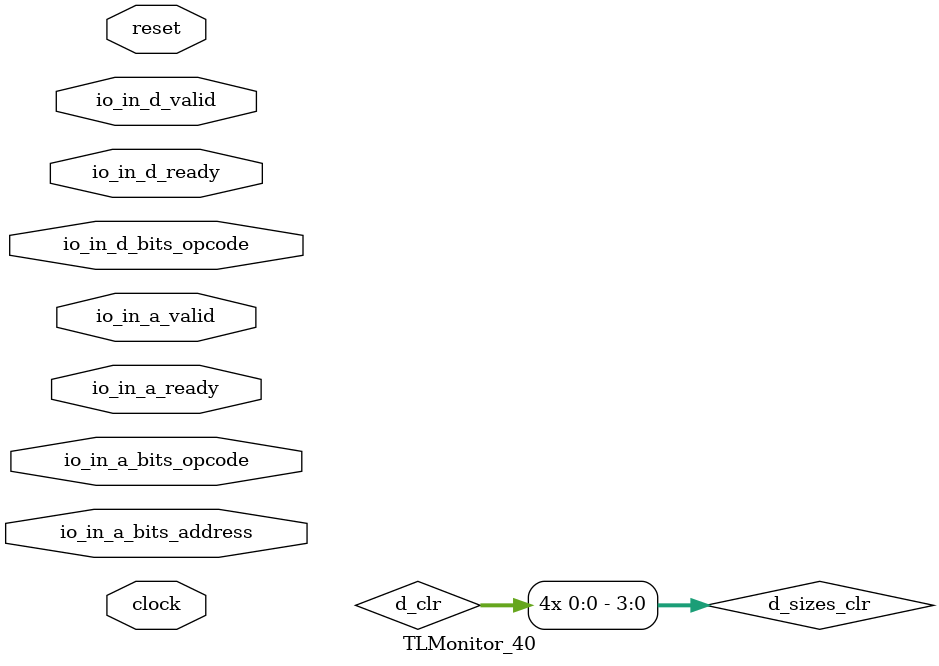
<source format=sv>

`ifndef STOP_COND_
  `ifdef STOP_COND
    `define STOP_COND_ (`STOP_COND)
  `else  // STOP_COND
    `define STOP_COND_ 1
  `endif // STOP_COND
`endif // not def STOP_COND_

// Users can define 'ASSERT_VERBOSE_COND' to add an extra gate to assert error printing.
`ifndef ASSERT_VERBOSE_COND_
  `ifdef ASSERT_VERBOSE_COND
    `define ASSERT_VERBOSE_COND_ (`ASSERT_VERBOSE_COND)
  `else  // ASSERT_VERBOSE_COND
    `define ASSERT_VERBOSE_COND_ 1
  `endif // ASSERT_VERBOSE_COND
`endif // not def ASSERT_VERBOSE_COND_

// Include register initializers in init blocks unless synthesis is set
`ifndef RANDOMIZE
  `ifdef RANDOMIZE_REG_INIT
    `define RANDOMIZE
  `endif // RANDOMIZE_REG_INIT
`endif // not def RANDOMIZE
`ifndef SYNTHESIS
  `ifndef ENABLE_INITIAL_REG_
    `define ENABLE_INITIAL_REG_
  `endif // not def ENABLE_INITIAL_REG_
`endif // not def SYNTHESIS

// Standard header to adapt well known macros for register randomization.

// RANDOM may be set to an expression that produces a 32-bit random unsigned value.
`ifndef RANDOM
  `define RANDOM $random
`endif // not def RANDOM

// Users can define INIT_RANDOM as general code that gets injected into the
// initializer block for modules with registers.
`ifndef INIT_RANDOM
  `define INIT_RANDOM
`endif // not def INIT_RANDOM

// If using random initialization, you can also define RANDOMIZE_DELAY to
// customize the delay used, otherwise 0.002 is used.
`ifndef RANDOMIZE_DELAY
  `define RANDOMIZE_DELAY 0.002
`endif // not def RANDOMIZE_DELAY

// Define INIT_RANDOM_PROLOG_ for use in our modules below.
`ifndef INIT_RANDOM_PROLOG_
  `ifdef RANDOMIZE
    `ifdef VERILATOR
      `define INIT_RANDOM_PROLOG_ `INIT_RANDOM
    `else  // VERILATOR
      `define INIT_RANDOM_PROLOG_ `INIT_RANDOM #`RANDOMIZE_DELAY begin end
    `endif // VERILATOR
  `else  // RANDOMIZE
    `define INIT_RANDOM_PROLOG_
  `endif // RANDOMIZE
`endif // not def INIT_RANDOM_PROLOG_
module TLMonitor_40(	// @[generators/rocket-chip/src/main/scala/tilelink/Monitor.scala:36:7]
  input       clock,	// @[generators/rocket-chip/src/main/scala/tilelink/Monitor.scala:36:7]
  input       reset,	// @[generators/rocket-chip/src/main/scala/tilelink/Monitor.scala:36:7]
  input       io_in_a_ready,	// @[generators/rocket-chip/src/main/scala/tilelink/Monitor.scala:20:14]
  input       io_in_a_valid,	// @[generators/rocket-chip/src/main/scala/tilelink/Monitor.scala:20:14]
  input [2:0] io_in_a_bits_opcode,	// @[generators/rocket-chip/src/main/scala/tilelink/Monitor.scala:20:14]
  input [6:0] io_in_a_bits_address,	// @[generators/rocket-chip/src/main/scala/tilelink/Monitor.scala:20:14]
  input       io_in_d_ready,	// @[generators/rocket-chip/src/main/scala/tilelink/Monitor.scala:20:14]
  input       io_in_d_valid,	// @[generators/rocket-chip/src/main/scala/tilelink/Monitor.scala:20:14]
  input [2:0] io_in_d_bits_opcode	// @[generators/rocket-chip/src/main/scala/tilelink/Monitor.scala:20:14]
);

  wire [31:0] _plusarg_reader_1_out;	// @[generators/rocket-chip/src/main/scala/util/PlusArg.scala:80:11]
  wire [31:0] _plusarg_reader_out;	// @[generators/rocket-chip/src/main/scala/util/PlusArg.scala:80:11]
  wire        a_first_done = io_in_a_ready & io_in_a_valid;	// @[src/main/scala/chisel3/util/Decoupled.scala:51:35]
  reg         a_first_counter;	// @[generators/rocket-chip/src/main/scala/tilelink/Edges.scala:229:27]
  reg  [2:0]  opcode;	// @[generators/rocket-chip/src/main/scala/tilelink/Monitor.scala:387:22]
  reg  [6:0]  address;	// @[generators/rocket-chip/src/main/scala/tilelink/Monitor.scala:391:22]
  reg         d_first_counter;	// @[generators/rocket-chip/src/main/scala/tilelink/Edges.scala:229:27]
  reg  [2:0]  opcode_1;	// @[generators/rocket-chip/src/main/scala/tilelink/Monitor.scala:538:22]
  reg  [1:0]  inflight;	// @[generators/rocket-chip/src/main/scala/tilelink/Monitor.scala:614:27]
  reg  [3:0]  inflight_opcodes;	// @[generators/rocket-chip/src/main/scala/tilelink/Monitor.scala:616:35]
  reg  [3:0]  inflight_sizes;	// @[generators/rocket-chip/src/main/scala/tilelink/Monitor.scala:618:33]
  reg         a_first_counter_1;	// @[generators/rocket-chip/src/main/scala/tilelink/Edges.scala:229:27]
  reg         d_first_counter_1;	// @[generators/rocket-chip/src/main/scala/tilelink/Edges.scala:229:27]
  wire        a_set = a_first_done & ~a_first_counter_1;	// @[generators/rocket-chip/src/main/scala/tilelink/Edges.scala:229:27, :231:25, generators/rocket-chip/src/main/scala/tilelink/Monitor.scala:655:25, src/main/scala/chisel3/util/Decoupled.scala:51:35]
  wire        d_release_ack = io_in_d_bits_opcode == 3'h6;	// @[generators/rocket-chip/src/main/scala/tilelink/Monitor.scala:673:46]
  wire        _GEN = io_in_d_bits_opcode != 3'h6;	// @[generators/rocket-chip/src/main/scala/tilelink/Monitor.scala:673:46, :674:74]
  reg  [31:0] watchdog;	// @[generators/rocket-chip/src/main/scala/tilelink/Monitor.scala:709:27]
  reg  [1:0]  inflight_1;	// @[generators/rocket-chip/src/main/scala/tilelink/Monitor.scala:726:35]
  reg  [3:0]  inflight_sizes_1;	// @[generators/rocket-chip/src/main/scala/tilelink/Monitor.scala:728:35]
  reg         d_first_counter_2;	// @[generators/rocket-chip/src/main/scala/tilelink/Edges.scala:229:27]
  reg  [31:0] watchdog_1;	// @[generators/rocket-chip/src/main/scala/tilelink/Monitor.scala:818:27]
  `ifndef SYNTHESIS	// @[generators/rocket-chip/src/main/scala/tilelink/Monitor.scala:45:11]
    wire [7:0][2:0] _GEN_0 = '{3'h4, 3'h5, 3'h2, 3'h1, 3'h1, 3'h1, 3'h0, 3'h0};
    wire [7:0][2:0] _GEN_1 = '{3'h4, 3'h4, 3'h2, 3'h1, 3'h1, 3'h1, 3'h0, 3'h0};
    wire            _GEN_2 = io_in_a_valid & io_in_a_bits_opcode == 3'h6 & ~reset;	// @[generators/rocket-chip/src/main/scala/tilelink/Monitor.scala:45:11, :84:{25,54}]
    wire            _GEN_3 = io_in_a_valid & (&io_in_a_bits_opcode) & ~reset;	// @[generators/rocket-chip/src/main/scala/tilelink/Monitor.scala:45:11, :95:{25,53}]
    wire            _GEN_4 = {io_in_a_bits_address[6:4] ^ 3'h4, io_in_a_bits_address[2]} == 4'h0 | io_in_a_bits_address[6:3] == 4'hA;	// @[generators/rocket-chip/src/main/scala/diplomacy/Parameters.scala:137:{31,41,46,59}, generators/rocket-chip/src/main/scala/tilelink/Monitor.scala:20:14, :36:7, generators/rocket-chip/src/main/scala/tilelink/Parameters.scala:685:42]
    wire            _GEN_5 = io_in_a_valid & io_in_a_bits_opcode == 3'h4 & ~reset;	// @[generators/rocket-chip/src/main/scala/tilelink/Monitor.scala:36:7, :45:11, :107:{25,45}]
    wire            _GEN_6 = io_in_a_valid & io_in_a_bits_opcode == 3'h0 & ~reset;	// @[generators/rocket-chip/src/main/scala/tilelink/Monitor.scala:36:7, :45:11, :117:{25,53}]
    wire            _GEN_7 = io_in_a_valid & io_in_a_bits_opcode == 3'h1 & ~reset;	// @[generators/rocket-chip/src/main/scala/tilelink/Monitor.scala:36:7, :45:11, :125:{25,56}]
    wire            _GEN_8 = io_in_a_valid & io_in_a_bits_opcode == 3'h2 & ~reset;	// @[generators/rocket-chip/src/main/scala/tilelink/Monitor.scala:45:11, :133:{25,56}]
    wire            _GEN_9 = io_in_a_valid & io_in_a_bits_opcode == 3'h3 & ~reset;	// @[generators/rocket-chip/src/main/scala/tilelink/Monitor.scala:45:11, :141:{25,53}]
    wire            _GEN_10 = io_in_a_valid & io_in_a_bits_opcode == 3'h5 & ~reset;	// @[generators/rocket-chip/src/main/scala/tilelink/Monitor.scala:45:11, :149:{25,46}]
    wire            _GEN_11 = io_in_a_valid & a_first_counter & ~reset;	// @[generators/rocket-chip/src/main/scala/tilelink/Edges.scala:229:27, generators/rocket-chip/src/main/scala/tilelink/Monitor.scala:45:11, :392:19]
    wire            _same_cycle_resp_T_1 = io_in_a_valid & ~a_first_counter_1;	// @[generators/rocket-chip/src/main/scala/tilelink/Edges.scala:229:27, :231:25, generators/rocket-chip/src/main/scala/tilelink/Monitor.scala:651:26]
    wire            _GEN_12 = io_in_d_valid & ~d_first_counter_1;	// @[generators/rocket-chip/src/main/scala/tilelink/Edges.scala:229:27, :231:25, generators/rocket-chip/src/main/scala/tilelink/Monitor.scala:674:26]
    wire            _GEN_13 = _GEN_12 & _GEN;	// @[generators/rocket-chip/src/main/scala/tilelink/Monitor.scala:673:46, :674:{26,74}, :683:71]
    wire            _GEN_14 = _GEN_13 & ~_same_cycle_resp_T_1 & ~reset;	// @[generators/rocket-chip/src/main/scala/tilelink/Monitor.scala:45:11, :52:11, :651:26, :683:71, :687:30]
    wire            _GEN_15 = io_in_d_valid & ~d_first_counter_2 & d_release_ack & ~reset;	// @[generators/rocket-chip/src/main/scala/tilelink/Edges.scala:229:27, :231:25, generators/rocket-chip/src/main/scala/tilelink/Monitor.scala:45:11, :52:11, :673:46, :784:26, :794:71]
    always @(posedge clock) begin	// @[generators/rocket-chip/src/main/scala/tilelink/Monitor.scala:45:11]
      if (_GEN_2) begin	// @[generators/rocket-chip/src/main/scala/tilelink/Monitor.scala:45:11, :84:54]
        if (`ASSERT_VERBOSE_COND_)	// @[generators/rocket-chip/src/main/scala/tilelink/Monitor.scala:45:11]
          $error("Assertion failed: 'A' channel carries AcquireBlock type which is unexpected using diplomatic parameters (connected at generators/rocket-chip/src/main/scala/devices/debug/Debug.scala:706:19)\n    at Monitor.scala:45 assert(cond, message)\n");	// @[generators/rocket-chip/src/main/scala/tilelink/Monitor.scala:45:11]
        if (`STOP_COND_)	// @[generators/rocket-chip/src/main/scala/tilelink/Monitor.scala:45:11]
          $fatal;	// @[generators/rocket-chip/src/main/scala/tilelink/Monitor.scala:45:11]
        if (`ASSERT_VERBOSE_COND_)	// @[generators/rocket-chip/src/main/scala/tilelink/Monitor.scala:45:11]
          $error("Assertion failed: 'A' channel carries AcquireBlock from a client which does not support Probe (connected at generators/rocket-chip/src/main/scala/devices/debug/Debug.scala:706:19)\n    at Monitor.scala:45 assert(cond, message)\n");	// @[generators/rocket-chip/src/main/scala/tilelink/Monitor.scala:45:11]
        if (`STOP_COND_)	// @[generators/rocket-chip/src/main/scala/tilelink/Monitor.scala:45:11]
          $fatal;	// @[generators/rocket-chip/src/main/scala/tilelink/Monitor.scala:45:11]
      end
      if (_GEN_2 & (|(io_in_a_bits_address[1:0]))) begin	// @[generators/rocket-chip/src/main/scala/tilelink/Edges.scala:21:{16,24}, generators/rocket-chip/src/main/scala/tilelink/Monitor.scala:45:11, :84:54]
        if (`ASSERT_VERBOSE_COND_)	// @[generators/rocket-chip/src/main/scala/tilelink/Monitor.scala:45:11]
          $error("Assertion failed: 'A' channel AcquireBlock address not aligned to size (connected at generators/rocket-chip/src/main/scala/devices/debug/Debug.scala:706:19)\n    at Monitor.scala:45 assert(cond, message)\n");	// @[generators/rocket-chip/src/main/scala/tilelink/Monitor.scala:45:11]
        if (`STOP_COND_)	// @[generators/rocket-chip/src/main/scala/tilelink/Monitor.scala:45:11]
          $fatal;	// @[generators/rocket-chip/src/main/scala/tilelink/Monitor.scala:45:11]
      end
      if (_GEN_3) begin	// @[generators/rocket-chip/src/main/scala/tilelink/Monitor.scala:45:11, :95:53]
        if (`ASSERT_VERBOSE_COND_)	// @[generators/rocket-chip/src/main/scala/tilelink/Monitor.scala:45:11]
          $error("Assertion failed: 'A' channel carries AcquirePerm type which is unexpected using diplomatic parameters (connected at generators/rocket-chip/src/main/scala/devices/debug/Debug.scala:706:19)\n    at Monitor.scala:45 assert(cond, message)\n");	// @[generators/rocket-chip/src/main/scala/tilelink/Monitor.scala:45:11]
        if (`STOP_COND_)	// @[generators/rocket-chip/src/main/scala/tilelink/Monitor.scala:45:11]
          $fatal;	// @[generators/rocket-chip/src/main/scala/tilelink/Monitor.scala:45:11]
        if (`ASSERT_VERBOSE_COND_)	// @[generators/rocket-chip/src/main/scala/tilelink/Monitor.scala:45:11]
          $error("Assertion failed: 'A' channel carries AcquirePerm from a client which does not support Probe (connected at generators/rocket-chip/src/main/scala/devices/debug/Debug.scala:706:19)\n    at Monitor.scala:45 assert(cond, message)\n");	// @[generators/rocket-chip/src/main/scala/tilelink/Monitor.scala:45:11]
        if (`STOP_COND_)	// @[generators/rocket-chip/src/main/scala/tilelink/Monitor.scala:45:11]
          $fatal;	// @[generators/rocket-chip/src/main/scala/tilelink/Monitor.scala:45:11]
      end
      if (_GEN_3 & (|(io_in_a_bits_address[1:0]))) begin	// @[generators/rocket-chip/src/main/scala/tilelink/Edges.scala:21:{16,24}, generators/rocket-chip/src/main/scala/tilelink/Monitor.scala:45:11, :95:53]
        if (`ASSERT_VERBOSE_COND_)	// @[generators/rocket-chip/src/main/scala/tilelink/Monitor.scala:45:11]
          $error("Assertion failed: 'A' channel AcquirePerm address not aligned to size (connected at generators/rocket-chip/src/main/scala/devices/debug/Debug.scala:706:19)\n    at Monitor.scala:45 assert(cond, message)\n");	// @[generators/rocket-chip/src/main/scala/tilelink/Monitor.scala:45:11]
        if (`STOP_COND_)	// @[generators/rocket-chip/src/main/scala/tilelink/Monitor.scala:45:11]
          $fatal;	// @[generators/rocket-chip/src/main/scala/tilelink/Monitor.scala:45:11]
      end
      if (_GEN_3) begin	// @[generators/rocket-chip/src/main/scala/tilelink/Monitor.scala:45:11, :95:53]
        if (`ASSERT_VERBOSE_COND_)	// @[generators/rocket-chip/src/main/scala/tilelink/Monitor.scala:45:11]
          $error("Assertion failed: 'A' channel AcquirePerm requests NtoB (connected at generators/rocket-chip/src/main/scala/devices/debug/Debug.scala:706:19)\n    at Monitor.scala:45 assert(cond, message)\n");	// @[generators/rocket-chip/src/main/scala/tilelink/Monitor.scala:45:11]
        if (`STOP_COND_)	// @[generators/rocket-chip/src/main/scala/tilelink/Monitor.scala:45:11]
          $fatal;	// @[generators/rocket-chip/src/main/scala/tilelink/Monitor.scala:45:11]
      end
      if (_GEN_5 & ~_GEN_4) begin	// @[generators/rocket-chip/src/main/scala/tilelink/Monitor.scala:45:11, :107:45, generators/rocket-chip/src/main/scala/tilelink/Parameters.scala:685:42]
        if (`ASSERT_VERBOSE_COND_)	// @[generators/rocket-chip/src/main/scala/tilelink/Monitor.scala:45:11]
          $error("Assertion failed: 'A' channel carries Get type which slave claims it can't support (connected at generators/rocket-chip/src/main/scala/devices/debug/Debug.scala:706:19)\n    at Monitor.scala:45 assert(cond, message)\n");	// @[generators/rocket-chip/src/main/scala/tilelink/Monitor.scala:45:11]
        if (`STOP_COND_)	// @[generators/rocket-chip/src/main/scala/tilelink/Monitor.scala:45:11]
          $fatal;	// @[generators/rocket-chip/src/main/scala/tilelink/Monitor.scala:45:11]
      end
      if (_GEN_5 & (|(io_in_a_bits_address[1:0]))) begin	// @[generators/rocket-chip/src/main/scala/tilelink/Edges.scala:21:{16,24}, generators/rocket-chip/src/main/scala/tilelink/Monitor.scala:45:11, :107:45]
        if (`ASSERT_VERBOSE_COND_)	// @[generators/rocket-chip/src/main/scala/tilelink/Monitor.scala:45:11]
          $error("Assertion failed: 'A' channel Get address not aligned to size (connected at generators/rocket-chip/src/main/scala/devices/debug/Debug.scala:706:19)\n    at Monitor.scala:45 assert(cond, message)\n");	// @[generators/rocket-chip/src/main/scala/tilelink/Monitor.scala:45:11]
        if (`STOP_COND_)	// @[generators/rocket-chip/src/main/scala/tilelink/Monitor.scala:45:11]
          $fatal;	// @[generators/rocket-chip/src/main/scala/tilelink/Monitor.scala:45:11]
      end
      if (_GEN_6 & ~_GEN_4) begin	// @[generators/rocket-chip/src/main/scala/tilelink/Monitor.scala:45:11, :117:53, generators/rocket-chip/src/main/scala/tilelink/Parameters.scala:685:42]
        if (`ASSERT_VERBOSE_COND_)	// @[generators/rocket-chip/src/main/scala/tilelink/Monitor.scala:45:11]
          $error("Assertion failed: 'A' channel carries PutFull type which is unexpected using diplomatic parameters (connected at generators/rocket-chip/src/main/scala/devices/debug/Debug.scala:706:19)\n    at Monitor.scala:45 assert(cond, message)\n");	// @[generators/rocket-chip/src/main/scala/tilelink/Monitor.scala:45:11]
        if (`STOP_COND_)	// @[generators/rocket-chip/src/main/scala/tilelink/Monitor.scala:45:11]
          $fatal;	// @[generators/rocket-chip/src/main/scala/tilelink/Monitor.scala:45:11]
      end
      if (_GEN_6 & (|(io_in_a_bits_address[1:0]))) begin	// @[generators/rocket-chip/src/main/scala/tilelink/Edges.scala:21:{16,24}, generators/rocket-chip/src/main/scala/tilelink/Monitor.scala:45:11, :117:53]
        if (`ASSERT_VERBOSE_COND_)	// @[generators/rocket-chip/src/main/scala/tilelink/Monitor.scala:45:11]
          $error("Assertion failed: 'A' channel PutFull address not aligned to size (connected at generators/rocket-chip/src/main/scala/devices/debug/Debug.scala:706:19)\n    at Monitor.scala:45 assert(cond, message)\n");	// @[generators/rocket-chip/src/main/scala/tilelink/Monitor.scala:45:11]
        if (`STOP_COND_)	// @[generators/rocket-chip/src/main/scala/tilelink/Monitor.scala:45:11]
          $fatal;	// @[generators/rocket-chip/src/main/scala/tilelink/Monitor.scala:45:11]
      end
      if (_GEN_7) begin	// @[generators/rocket-chip/src/main/scala/tilelink/Monitor.scala:45:11, :125:56]
        if (`ASSERT_VERBOSE_COND_)	// @[generators/rocket-chip/src/main/scala/tilelink/Monitor.scala:45:11]
          $error("Assertion failed: 'A' channel carries PutPartial type which is unexpected using diplomatic parameters (connected at generators/rocket-chip/src/main/scala/devices/debug/Debug.scala:706:19)\n    at Monitor.scala:45 assert(cond, message)\n");	// @[generators/rocket-chip/src/main/scala/tilelink/Monitor.scala:45:11]
        if (`STOP_COND_)	// @[generators/rocket-chip/src/main/scala/tilelink/Monitor.scala:45:11]
          $fatal;	// @[generators/rocket-chip/src/main/scala/tilelink/Monitor.scala:45:11]
      end
      if (_GEN_7 & (|(io_in_a_bits_address[1:0]))) begin	// @[generators/rocket-chip/src/main/scala/tilelink/Edges.scala:21:{16,24}, generators/rocket-chip/src/main/scala/tilelink/Monitor.scala:45:11, :125:56]
        if (`ASSERT_VERBOSE_COND_)	// @[generators/rocket-chip/src/main/scala/tilelink/Monitor.scala:45:11]
          $error("Assertion failed: 'A' channel PutPartial address not aligned to size (connected at generators/rocket-chip/src/main/scala/devices/debug/Debug.scala:706:19)\n    at Monitor.scala:45 assert(cond, message)\n");	// @[generators/rocket-chip/src/main/scala/tilelink/Monitor.scala:45:11]
        if (`STOP_COND_)	// @[generators/rocket-chip/src/main/scala/tilelink/Monitor.scala:45:11]
          $fatal;	// @[generators/rocket-chip/src/main/scala/tilelink/Monitor.scala:45:11]
      end
      if (_GEN_8) begin	// @[generators/rocket-chip/src/main/scala/tilelink/Monitor.scala:45:11, :133:56]
        if (`ASSERT_VERBOSE_COND_)	// @[generators/rocket-chip/src/main/scala/tilelink/Monitor.scala:45:11]
          $error("Assertion failed: 'A' channel carries Arithmetic type which is unexpected using diplomatic parameters (connected at generators/rocket-chip/src/main/scala/devices/debug/Debug.scala:706:19)\n    at Monitor.scala:45 assert(cond, message)\n");	// @[generators/rocket-chip/src/main/scala/tilelink/Monitor.scala:45:11]
        if (`STOP_COND_)	// @[generators/rocket-chip/src/main/scala/tilelink/Monitor.scala:45:11]
          $fatal;	// @[generators/rocket-chip/src/main/scala/tilelink/Monitor.scala:45:11]
      end
      if (_GEN_8 & (|(io_in_a_bits_address[1:0]))) begin	// @[generators/rocket-chip/src/main/scala/tilelink/Edges.scala:21:{16,24}, generators/rocket-chip/src/main/scala/tilelink/Monitor.scala:45:11, :133:56]
        if (`ASSERT_VERBOSE_COND_)	// @[generators/rocket-chip/src/main/scala/tilelink/Monitor.scala:45:11]
          $error("Assertion failed: 'A' channel Arithmetic address not aligned to size (connected at generators/rocket-chip/src/main/scala/devices/debug/Debug.scala:706:19)\n    at Monitor.scala:45 assert(cond, message)\n");	// @[generators/rocket-chip/src/main/scala/tilelink/Monitor.scala:45:11]
        if (`STOP_COND_)	// @[generators/rocket-chip/src/main/scala/tilelink/Monitor.scala:45:11]
          $fatal;	// @[generators/rocket-chip/src/main/scala/tilelink/Monitor.scala:45:11]
      end
      if (_GEN_9) begin	// @[generators/rocket-chip/src/main/scala/tilelink/Monitor.scala:45:11, :141:53]
        if (`ASSERT_VERBOSE_COND_)	// @[generators/rocket-chip/src/main/scala/tilelink/Monitor.scala:45:11]
          $error("Assertion failed: 'A' channel carries Logical type which is unexpected using diplomatic parameters (connected at generators/rocket-chip/src/main/scala/devices/debug/Debug.scala:706:19)\n    at Monitor.scala:45 assert(cond, message)\n");	// @[generators/rocket-chip/src/main/scala/tilelink/Monitor.scala:45:11]
        if (`STOP_COND_)	// @[generators/rocket-chip/src/main/scala/tilelink/Monitor.scala:45:11]
          $fatal;	// @[generators/rocket-chip/src/main/scala/tilelink/Monitor.scala:45:11]
      end
      if (_GEN_9 & (|(io_in_a_bits_address[1:0]))) begin	// @[generators/rocket-chip/src/main/scala/tilelink/Edges.scala:21:{16,24}, generators/rocket-chip/src/main/scala/tilelink/Monitor.scala:45:11, :141:53]
        if (`ASSERT_VERBOSE_COND_)	// @[generators/rocket-chip/src/main/scala/tilelink/Monitor.scala:45:11]
          $error("Assertion failed: 'A' channel Logical address not aligned to size (connected at generators/rocket-chip/src/main/scala/devices/debug/Debug.scala:706:19)\n    at Monitor.scala:45 assert(cond, message)\n");	// @[generators/rocket-chip/src/main/scala/tilelink/Monitor.scala:45:11]
        if (`STOP_COND_)	// @[generators/rocket-chip/src/main/scala/tilelink/Monitor.scala:45:11]
          $fatal;	// @[generators/rocket-chip/src/main/scala/tilelink/Monitor.scala:45:11]
      end
      if (_GEN_10) begin	// @[generators/rocket-chip/src/main/scala/tilelink/Monitor.scala:45:11, :149:46]
        if (`ASSERT_VERBOSE_COND_)	// @[generators/rocket-chip/src/main/scala/tilelink/Monitor.scala:45:11]
          $error("Assertion failed: 'A' channel carries Hint type which is unexpected using diplomatic parameters (connected at generators/rocket-chip/src/main/scala/devices/debug/Debug.scala:706:19)\n    at Monitor.scala:45 assert(cond, message)\n");	// @[generators/rocket-chip/src/main/scala/tilelink/Monitor.scala:45:11]
        if (`STOP_COND_)	// @[generators/rocket-chip/src/main/scala/tilelink/Monitor.scala:45:11]
          $fatal;	// @[generators/rocket-chip/src/main/scala/tilelink/Monitor.scala:45:11]
      end
      if (_GEN_10 & (|(io_in_a_bits_address[1:0]))) begin	// @[generators/rocket-chip/src/main/scala/tilelink/Edges.scala:21:{16,24}, generators/rocket-chip/src/main/scala/tilelink/Monitor.scala:45:11, :149:46]
        if (`ASSERT_VERBOSE_COND_)	// @[generators/rocket-chip/src/main/scala/tilelink/Monitor.scala:45:11]
          $error("Assertion failed: 'A' channel Hint address not aligned to size (connected at generators/rocket-chip/src/main/scala/devices/debug/Debug.scala:706:19)\n    at Monitor.scala:45 assert(cond, message)\n");	// @[generators/rocket-chip/src/main/scala/tilelink/Monitor.scala:45:11]
        if (`STOP_COND_)	// @[generators/rocket-chip/src/main/scala/tilelink/Monitor.scala:45:11]
          $fatal;	// @[generators/rocket-chip/src/main/scala/tilelink/Monitor.scala:45:11]
      end
      if (io_in_d_valid & ~reset & (&io_in_d_bits_opcode)) begin	// @[generators/rocket-chip/src/main/scala/tilelink/Bundles.scala:45:24, generators/rocket-chip/src/main/scala/tilelink/Monitor.scala:45:11, :52:11]
        if (`ASSERT_VERBOSE_COND_)	// @[generators/rocket-chip/src/main/scala/tilelink/Monitor.scala:52:11]
          $error("Assertion failed: 'D' channel has invalid opcode (connected at generators/rocket-chip/src/main/scala/devices/debug/Debug.scala:706:19)\n    at Monitor.scala:52 assert(cond, message)\n");	// @[generators/rocket-chip/src/main/scala/tilelink/Monitor.scala:52:11]
        if (`STOP_COND_)	// @[generators/rocket-chip/src/main/scala/tilelink/Monitor.scala:52:11]
          $fatal;	// @[generators/rocket-chip/src/main/scala/tilelink/Monitor.scala:52:11]
      end
      if (io_in_d_valid & io_in_d_bits_opcode == 3'h4 & ~reset) begin	// @[generators/rocket-chip/src/main/scala/tilelink/Monitor.scala:36:7, :45:11, :52:11, :321:{25,47}]
        if (`ASSERT_VERBOSE_COND_)	// @[generators/rocket-chip/src/main/scala/tilelink/Monitor.scala:52:11]
          $error("Assertion failed: 'D' channel Grant carries invalid sink ID (connected at generators/rocket-chip/src/main/scala/devices/debug/Debug.scala:706:19)\n    at Monitor.scala:52 assert(cond, message)\n");	// @[generators/rocket-chip/src/main/scala/tilelink/Monitor.scala:52:11]
        if (`STOP_COND_)	// @[generators/rocket-chip/src/main/scala/tilelink/Monitor.scala:52:11]
          $fatal;	// @[generators/rocket-chip/src/main/scala/tilelink/Monitor.scala:52:11]
      end
      if (io_in_d_valid & io_in_d_bits_opcode == 3'h5 & ~reset) begin	// @[generators/rocket-chip/src/main/scala/tilelink/Monitor.scala:45:11, :52:11, :331:{25,51}]
        if (`ASSERT_VERBOSE_COND_)	// @[generators/rocket-chip/src/main/scala/tilelink/Monitor.scala:52:11]
          $error("Assertion failed: 'D' channel GrantData carries invalid sink ID (connected at generators/rocket-chip/src/main/scala/devices/debug/Debug.scala:706:19)\n    at Monitor.scala:52 assert(cond, message)\n");	// @[generators/rocket-chip/src/main/scala/tilelink/Monitor.scala:52:11]
        if (`STOP_COND_)	// @[generators/rocket-chip/src/main/scala/tilelink/Monitor.scala:52:11]
          $fatal;	// @[generators/rocket-chip/src/main/scala/tilelink/Monitor.scala:52:11]
      end
      if (_GEN_11 & io_in_a_bits_opcode != opcode) begin	// @[generators/rocket-chip/src/main/scala/tilelink/Monitor.scala:45:11, :387:22, :392:19, :393:32]
        if (`ASSERT_VERBOSE_COND_)	// @[generators/rocket-chip/src/main/scala/tilelink/Monitor.scala:45:11]
          $error("Assertion failed: 'A' channel opcode changed within multibeat operation (connected at generators/rocket-chip/src/main/scala/devices/debug/Debug.scala:706:19)\n    at Monitor.scala:45 assert(cond, message)\n");	// @[generators/rocket-chip/src/main/scala/tilelink/Monitor.scala:45:11]
        if (`STOP_COND_)	// @[generators/rocket-chip/src/main/scala/tilelink/Monitor.scala:45:11]
          $fatal;	// @[generators/rocket-chip/src/main/scala/tilelink/Monitor.scala:45:11]
      end
      if (_GEN_11 & io_in_a_bits_address != address) begin	// @[generators/rocket-chip/src/main/scala/tilelink/Monitor.scala:45:11, :391:22, :392:19, :397:32]
        if (`ASSERT_VERBOSE_COND_)	// @[generators/rocket-chip/src/main/scala/tilelink/Monitor.scala:45:11]
          $error("Assertion failed: 'A' channel address changed with multibeat operation (connected at generators/rocket-chip/src/main/scala/devices/debug/Debug.scala:706:19)\n    at Monitor.scala:45 assert(cond, message)\n");	// @[generators/rocket-chip/src/main/scala/tilelink/Monitor.scala:45:11]
        if (`STOP_COND_)	// @[generators/rocket-chip/src/main/scala/tilelink/Monitor.scala:45:11]
          $fatal;	// @[generators/rocket-chip/src/main/scala/tilelink/Monitor.scala:45:11]
      end
      if (io_in_d_valid & d_first_counter & ~reset & io_in_d_bits_opcode != opcode_1) begin	// @[generators/rocket-chip/src/main/scala/tilelink/Edges.scala:229:27, generators/rocket-chip/src/main/scala/tilelink/Monitor.scala:45:11, :52:11, :538:22, :544:19, :545:29]
        if (`ASSERT_VERBOSE_COND_)	// @[generators/rocket-chip/src/main/scala/tilelink/Monitor.scala:52:11]
          $error("Assertion failed: 'D' channel opcode changed within multibeat operation (connected at generators/rocket-chip/src/main/scala/devices/debug/Debug.scala:706:19)\n    at Monitor.scala:52 assert(cond, message)\n");	// @[generators/rocket-chip/src/main/scala/tilelink/Monitor.scala:52:11]
        if (`STOP_COND_)	// @[generators/rocket-chip/src/main/scala/tilelink/Monitor.scala:52:11]
          $fatal;	// @[generators/rocket-chip/src/main/scala/tilelink/Monitor.scala:52:11]
      end
      if (a_set & ~reset & inflight[0]) begin	// @[generators/rocket-chip/src/main/scala/tilelink/Monitor.scala:45:11, :614:27, :655:25, :661:26]
        if (`ASSERT_VERBOSE_COND_)	// @[generators/rocket-chip/src/main/scala/tilelink/Monitor.scala:45:11]
          $error("Assertion failed: 'A' channel re-used a source ID (connected at generators/rocket-chip/src/main/scala/devices/debug/Debug.scala:706:19)\n    at Monitor.scala:45 assert(cond, message)\n");	// @[generators/rocket-chip/src/main/scala/tilelink/Monitor.scala:45:11]
        if (`STOP_COND_)	// @[generators/rocket-chip/src/main/scala/tilelink/Monitor.scala:45:11]
          $fatal;	// @[generators/rocket-chip/src/main/scala/tilelink/Monitor.scala:45:11]
      end
      if (_GEN_13 & ~reset & ~(inflight[0] | _same_cycle_resp_T_1)) begin	// @[generators/rocket-chip/src/main/scala/tilelink/Monitor.scala:45:11, :52:11, :614:27, :651:26, :661:26, :683:71, :685:49]
        if (`ASSERT_VERBOSE_COND_)	// @[generators/rocket-chip/src/main/scala/tilelink/Monitor.scala:52:11]
          $error("Assertion failed: 'D' channel acknowledged for nothing inflight (connected at generators/rocket-chip/src/main/scala/devices/debug/Debug.scala:706:19)\n    at Monitor.scala:52 assert(cond, message)\n");	// @[generators/rocket-chip/src/main/scala/tilelink/Monitor.scala:52:11]
        if (`STOP_COND_)	// @[generators/rocket-chip/src/main/scala/tilelink/Monitor.scala:52:11]
          $fatal;	// @[generators/rocket-chip/src/main/scala/tilelink/Monitor.scala:52:11]
      end
      if (_GEN_13 & _same_cycle_resp_T_1 & ~reset & ~(io_in_d_bits_opcode == _GEN_1[io_in_a_bits_opcode] | io_in_d_bits_opcode == _GEN_0[io_in_a_bits_opcode])) begin	// @[generators/rocket-chip/src/main/scala/tilelink/Monitor.scala:45:11, :52:11, :651:26, :683:71, :687:30, :688:{38,77}, :689:39]
        if (`ASSERT_VERBOSE_COND_)	// @[generators/rocket-chip/src/main/scala/tilelink/Monitor.scala:52:11]
          $error("Assertion failed: 'D' channel contains improper opcode response (connected at generators/rocket-chip/src/main/scala/devices/debug/Debug.scala:706:19)\n    at Monitor.scala:52 assert(cond, message)\n");	// @[generators/rocket-chip/src/main/scala/tilelink/Monitor.scala:52:11]
        if (`STOP_COND_)	// @[generators/rocket-chip/src/main/scala/tilelink/Monitor.scala:52:11]
          $fatal;	// @[generators/rocket-chip/src/main/scala/tilelink/Monitor.scala:52:11]
      end
      if (_GEN_14 & ~(io_in_d_bits_opcode == _GEN_1[inflight_opcodes[3:1]] | io_in_d_bits_opcode == _GEN_0[inflight_opcodes[3:1]])) begin	// @[generators/rocket-chip/src/main/scala/tilelink/Monitor.scala:52:11, :616:35, :637:152, :687:30, :692:{38,72}, :693:38]
        if (`ASSERT_VERBOSE_COND_)	// @[generators/rocket-chip/src/main/scala/tilelink/Monitor.scala:52:11]
          $error("Assertion failed: 'D' channel contains improper opcode response (connected at generators/rocket-chip/src/main/scala/devices/debug/Debug.scala:706:19)\n    at Monitor.scala:52 assert(cond, message)\n");	// @[generators/rocket-chip/src/main/scala/tilelink/Monitor.scala:52:11]
        if (`STOP_COND_)	// @[generators/rocket-chip/src/main/scala/tilelink/Monitor.scala:52:11]
          $fatal;	// @[generators/rocket-chip/src/main/scala/tilelink/Monitor.scala:52:11]
      end
      if (_GEN_14 & inflight_sizes[3:1] != 3'h2) begin	// @[generators/rocket-chip/src/main/scala/tilelink/Monitor.scala:52:11, :618:33, :641:144, :687:30, :694:36]
        if (`ASSERT_VERBOSE_COND_)	// @[generators/rocket-chip/src/main/scala/tilelink/Monitor.scala:52:11]
          $error("Assertion failed: 'D' channel contains improper response size (connected at generators/rocket-chip/src/main/scala/devices/debug/Debug.scala:706:19)\n    at Monitor.scala:52 assert(cond, message)\n");	// @[generators/rocket-chip/src/main/scala/tilelink/Monitor.scala:52:11]
        if (`STOP_COND_)	// @[generators/rocket-chip/src/main/scala/tilelink/Monitor.scala:52:11]
          $fatal;	// @[generators/rocket-chip/src/main/scala/tilelink/Monitor.scala:52:11]
      end
      if (_GEN_12 & ~a_first_counter_1 & io_in_a_valid & _GEN & ~reset & ~(~io_in_d_ready | io_in_a_ready)) begin	// @[generators/rocket-chip/src/main/scala/tilelink/Edges.scala:229:27, :231:25, generators/rocket-chip/src/main/scala/tilelink/Monitor.scala:45:11, :52:11, :673:46, :674:{26,74}, :697:{36,47,116}, :698:{15,32}]
        if (`ASSERT_VERBOSE_COND_)	// @[generators/rocket-chip/src/main/scala/tilelink/Monitor.scala:52:11]
          $error("Assertion failed: ready check\n    at Monitor.scala:52 assert(cond, message)\n");	// @[generators/rocket-chip/src/main/scala/tilelink/Monitor.scala:52:11]
        if (`STOP_COND_)	// @[generators/rocket-chip/src/main/scala/tilelink/Monitor.scala:52:11]
          $fatal;	// @[generators/rocket-chip/src/main/scala/tilelink/Monitor.scala:52:11]
      end
      if (~reset & ~(inflight == 2'h0 | _plusarg_reader_out == 32'h0 | watchdog < _plusarg_reader_out)) begin	// @[generators/rocket-chip/src/main/scala/tilelink/Monitor.scala:36:7, :45:11, :614:27, :709:27, :712:{26,30,39,47,59}, generators/rocket-chip/src/main/scala/util/PlusArg.scala:80:11]
        if (`ASSERT_VERBOSE_COND_)	// @[generators/rocket-chip/src/main/scala/tilelink/Monitor.scala:45:11]
          $error("Assertion failed: TileLink timeout expired (connected at generators/rocket-chip/src/main/scala/devices/debug/Debug.scala:706:19)\n    at Monitor.scala:45 assert(cond, message)\n");	// @[generators/rocket-chip/src/main/scala/tilelink/Monitor.scala:45:11]
        if (`STOP_COND_)	// @[generators/rocket-chip/src/main/scala/tilelink/Monitor.scala:45:11]
          $fatal;	// @[generators/rocket-chip/src/main/scala/tilelink/Monitor.scala:45:11]
      end
      if (_GEN_15 & ~(inflight_1[0])) begin	// @[generators/rocket-chip/src/main/scala/tilelink/Monitor.scala:52:11, :726:35, :784:26, :794:71, :796:25]
        if (`ASSERT_VERBOSE_COND_)	// @[generators/rocket-chip/src/main/scala/tilelink/Monitor.scala:52:11]
          $error("Assertion failed: 'D' channel acknowledged for nothing inflight (connected at generators/rocket-chip/src/main/scala/devices/debug/Debug.scala:706:19)\n    at Monitor.scala:52 assert(cond, message)\n");	// @[generators/rocket-chip/src/main/scala/tilelink/Monitor.scala:52:11]
        if (`STOP_COND_)	// @[generators/rocket-chip/src/main/scala/tilelink/Monitor.scala:52:11]
          $fatal;	// @[generators/rocket-chip/src/main/scala/tilelink/Monitor.scala:52:11]
      end
      if (_GEN_15 & inflight_sizes_1[3:1] != 3'h2) begin	// @[generators/rocket-chip/src/main/scala/tilelink/Monitor.scala:52:11, :728:35, :750:146, :784:26, :794:71, :800:36]
        if (`ASSERT_VERBOSE_COND_)	// @[generators/rocket-chip/src/main/scala/tilelink/Monitor.scala:52:11]
          $error("Assertion failed: 'D' channel contains improper response size (connected at generators/rocket-chip/src/main/scala/devices/debug/Debug.scala:706:19)\n    at Monitor.scala:52 assert(cond, message)\n");	// @[generators/rocket-chip/src/main/scala/tilelink/Monitor.scala:52:11]
        if (`STOP_COND_)	// @[generators/rocket-chip/src/main/scala/tilelink/Monitor.scala:52:11]
          $fatal;	// @[generators/rocket-chip/src/main/scala/tilelink/Monitor.scala:52:11]
      end
      if (~reset & ~(inflight_1 == 2'h0 | _plusarg_reader_1_out == 32'h0 | watchdog_1 < _plusarg_reader_1_out)) begin	// @[generators/rocket-chip/src/main/scala/tilelink/Monitor.scala:36:7, :45:11, :726:35, :818:27, :821:{26,30,39,47,59}, generators/rocket-chip/src/main/scala/util/PlusArg.scala:80:11]
        if (`ASSERT_VERBOSE_COND_)	// @[generators/rocket-chip/src/main/scala/tilelink/Monitor.scala:45:11]
          $error("Assertion failed: TileLink timeout expired (connected at generators/rocket-chip/src/main/scala/devices/debug/Debug.scala:706:19)\n    at Monitor.scala:45 assert(cond, message)\n");	// @[generators/rocket-chip/src/main/scala/tilelink/Monitor.scala:45:11]
        if (`STOP_COND_)	// @[generators/rocket-chip/src/main/scala/tilelink/Monitor.scala:45:11]
          $fatal;	// @[generators/rocket-chip/src/main/scala/tilelink/Monitor.scala:45:11]
      end
    end // always @(posedge)
  `endif // not def SYNTHESIS
  wire        d_first_done = io_in_d_ready & io_in_d_valid;	// @[src/main/scala/chisel3/util/Decoupled.scala:51:35]
  wire        d_clr = d_first_done & ~d_first_counter_1 & _GEN;	// @[generators/rocket-chip/src/main/scala/tilelink/Edges.scala:229:27, :231:25, generators/rocket-chip/src/main/scala/tilelink/Monitor.scala:673:46, :674:74, :678:{25,70}, src/main/scala/chisel3/util/Decoupled.scala:51:35]
  wire [3:0]  d_sizes_clr = {4{d_clr}};	// @[generators/rocket-chip/src/main/scala/tilelink/Monitor.scala:668:33, :678:{25,70,89}, :680:21]
  wire        d_clr_1 = d_first_done & ~d_first_counter_2 & d_release_ack;	// @[generators/rocket-chip/src/main/scala/tilelink/Edges.scala:229:27, :231:25, generators/rocket-chip/src/main/scala/tilelink/Monitor.scala:673:46, :788:{25,70}, src/main/scala/chisel3/util/Decoupled.scala:51:35]
  always @(posedge clock) begin	// @[generators/rocket-chip/src/main/scala/tilelink/Monitor.scala:36:7]
    if (reset) begin	// @[generators/rocket-chip/src/main/scala/tilelink/Monitor.scala:36:7]
      a_first_counter <= 1'h0;	// @[generators/rocket-chip/src/main/scala/tilelink/Edges.scala:229:27]
      d_first_counter <= 1'h0;	// @[generators/rocket-chip/src/main/scala/tilelink/Edges.scala:229:27]
      inflight <= 2'h0;	// @[generators/rocket-chip/src/main/scala/tilelink/Monitor.scala:36:7, :614:27]
      inflight_opcodes <= 4'h0;	// @[generators/rocket-chip/src/main/scala/tilelink/Monitor.scala:616:35]
      inflight_sizes <= 4'h0;	// @[generators/rocket-chip/src/main/scala/tilelink/Monitor.scala:618:33]
      a_first_counter_1 <= 1'h0;	// @[generators/rocket-chip/src/main/scala/tilelink/Edges.scala:229:27]
      d_first_counter_1 <= 1'h0;	// @[generators/rocket-chip/src/main/scala/tilelink/Edges.scala:229:27]
      watchdog <= 32'h0;	// @[generators/rocket-chip/src/main/scala/tilelink/Monitor.scala:709:27]
      inflight_1 <= 2'h0;	// @[generators/rocket-chip/src/main/scala/tilelink/Monitor.scala:36:7, :726:35]
      inflight_sizes_1 <= 4'h0;	// @[generators/rocket-chip/src/main/scala/tilelink/Monitor.scala:728:35]
      d_first_counter_2 <= 1'h0;	// @[generators/rocket-chip/src/main/scala/tilelink/Edges.scala:229:27]
      watchdog_1 <= 32'h0;	// @[generators/rocket-chip/src/main/scala/tilelink/Monitor.scala:818:27]
    end
    else begin	// @[generators/rocket-chip/src/main/scala/tilelink/Monitor.scala:36:7]
      a_first_counter <= (~a_first_done | a_first_counter - 1'h1) & a_first_counter;	// @[generators/rocket-chip/src/main/scala/tilelink/Edges.scala:229:27, :230:28, :235:17, :236:15, src/main/scala/chisel3/util/Decoupled.scala:51:35]
      d_first_counter <= (~d_first_done | d_first_counter - 1'h1) & d_first_counter;	// @[generators/rocket-chip/src/main/scala/tilelink/Edges.scala:229:27, :230:28, :235:17, :236:15, src/main/scala/chisel3/util/Decoupled.scala:51:35]
      inflight <= {1'h0, (inflight[0] | a_set) & ~d_clr};	// @[generators/rocket-chip/src/main/scala/tilelink/Monitor.scala:614:27, :655:25, :661:26, :678:{25,70}, :705:{27,36,38}]
      inflight_opcodes <= (inflight_opcodes | (a_set ? {io_in_a_bits_opcode, 1'h1} : 4'h0)) & ~d_sizes_clr;	// @[generators/rocket-chip/src/main/scala/tilelink/Monitor.scala:616:35, :630:33, :655:{25,70}, :657:61, :659:28, :668:33, :678:89, :680:21, :706:{43,60,62}]
      inflight_sizes <= (inflight_sizes | (a_set ? {1'h0, a_set ? 3'h5 : 3'h0} : 4'h0)) & ~d_sizes_clr;	// @[generators/rocket-chip/src/main/scala/tilelink/Monitor.scala:36:7, :618:33, :632:31, :648:38, :655:{25,70}, :658:28, :660:28, :668:33, :678:89, :680:21, :707:{39,54,56}]
      a_first_counter_1 <= (~a_first_done | a_first_counter_1 - 1'h1) & a_first_counter_1;	// @[generators/rocket-chip/src/main/scala/tilelink/Edges.scala:229:27, :230:28, :235:17, :236:15, src/main/scala/chisel3/util/Decoupled.scala:51:35]
      d_first_counter_1 <= (~d_first_done | d_first_counter_1 - 1'h1) & d_first_counter_1;	// @[generators/rocket-chip/src/main/scala/tilelink/Edges.scala:229:27, :230:28, :235:17, :236:15, src/main/scala/chisel3/util/Decoupled.scala:51:35]
      watchdog <= a_first_done | d_first_done ? 32'h0 : watchdog + 32'h1;	// @[generators/rocket-chip/src/main/scala/tilelink/Monitor.scala:709:27, :714:{14,26}, :715:{25,43,54}, src/main/scala/chisel3/util/Decoupled.scala:51:35]
      inflight_1 <= {1'h0, inflight_1[0] & ~d_clr_1};	// @[generators/rocket-chip/src/main/scala/tilelink/Monitor.scala:726:35, :788:{25,70}, :796:25, :814:{44,46}]
      inflight_sizes_1 <= inflight_sizes_1 & ~{4{d_clr_1}};	// @[generators/rocket-chip/src/main/scala/tilelink/Monitor.scala:728:35, :777:34, :788:{25,70,88}, :791:21, :816:{56,58}]
      d_first_counter_2 <= (~d_first_done | d_first_counter_2 - 1'h1) & d_first_counter_2;	// @[generators/rocket-chip/src/main/scala/tilelink/Edges.scala:229:27, :230:28, :235:17, :236:15, src/main/scala/chisel3/util/Decoupled.scala:51:35]
      watchdog_1 <= d_first_done ? 32'h0 : watchdog_1 + 32'h1;	// @[generators/rocket-chip/src/main/scala/tilelink/Monitor.scala:818:27, :823:{14,26}, :824:{43,54}, src/main/scala/chisel3/util/Decoupled.scala:51:35]
    end
    if (a_first_done & ~a_first_counter) begin	// @[generators/rocket-chip/src/main/scala/tilelink/Edges.scala:229:27, :231:25, generators/rocket-chip/src/main/scala/tilelink/Monitor.scala:399:18, src/main/scala/chisel3/util/Decoupled.scala:51:35]
      opcode <= io_in_a_bits_opcode;	// @[generators/rocket-chip/src/main/scala/tilelink/Monitor.scala:387:22]
      address <= io_in_a_bits_address;	// @[generators/rocket-chip/src/main/scala/tilelink/Monitor.scala:391:22]
    end
    if (d_first_done & ~d_first_counter)	// @[generators/rocket-chip/src/main/scala/tilelink/Edges.scala:229:27, :231:25, generators/rocket-chip/src/main/scala/tilelink/Monitor.scala:552:18, src/main/scala/chisel3/util/Decoupled.scala:51:35]
      opcode_1 <= io_in_d_bits_opcode;	// @[generators/rocket-chip/src/main/scala/tilelink/Monitor.scala:538:22]
  end // always @(posedge)
  `ifdef ENABLE_INITIAL_REG_	// @[generators/rocket-chip/src/main/scala/tilelink/Monitor.scala:36:7]
    `ifdef FIRRTL_BEFORE_INITIAL	// @[generators/rocket-chip/src/main/scala/tilelink/Monitor.scala:36:7]
      `FIRRTL_BEFORE_INITIAL	// @[generators/rocket-chip/src/main/scala/tilelink/Monitor.scala:36:7]
    `endif // FIRRTL_BEFORE_INITIAL
    logic [31:0] _RANDOM[0:3];	// @[generators/rocket-chip/src/main/scala/tilelink/Monitor.scala:36:7]
    initial begin	// @[generators/rocket-chip/src/main/scala/tilelink/Monitor.scala:36:7]
      `ifdef INIT_RANDOM_PROLOG_	// @[generators/rocket-chip/src/main/scala/tilelink/Monitor.scala:36:7]
        `INIT_RANDOM_PROLOG_	// @[generators/rocket-chip/src/main/scala/tilelink/Monitor.scala:36:7]
      `endif // INIT_RANDOM_PROLOG_
      `ifdef RANDOMIZE_REG_INIT	// @[generators/rocket-chip/src/main/scala/tilelink/Monitor.scala:36:7]
        for (logic [2:0] i = 3'h0; i < 3'h4; i += 3'h1) begin
          _RANDOM[i[1:0]] = `RANDOM;	// @[generators/rocket-chip/src/main/scala/tilelink/Monitor.scala:36:7]
        end	// @[generators/rocket-chip/src/main/scala/tilelink/Monitor.scala:36:7]
        a_first_counter = _RANDOM[2'h0][0];	// @[generators/rocket-chip/src/main/scala/tilelink/Edges.scala:229:27, generators/rocket-chip/src/main/scala/tilelink/Monitor.scala:36:7]
        opcode = _RANDOM[2'h0][3:1];	// @[generators/rocket-chip/src/main/scala/tilelink/Edges.scala:229:27, generators/rocket-chip/src/main/scala/tilelink/Monitor.scala:36:7, :387:22]
        address = _RANDOM[2'h0][16:10];	// @[generators/rocket-chip/src/main/scala/tilelink/Edges.scala:229:27, generators/rocket-chip/src/main/scala/tilelink/Monitor.scala:36:7, :391:22]
        d_first_counter = _RANDOM[2'h0][17];	// @[generators/rocket-chip/src/main/scala/tilelink/Edges.scala:229:27, generators/rocket-chip/src/main/scala/tilelink/Monitor.scala:36:7]
        opcode_1 = _RANDOM[2'h0][20:18];	// @[generators/rocket-chip/src/main/scala/tilelink/Edges.scala:229:27, generators/rocket-chip/src/main/scala/tilelink/Monitor.scala:36:7, :538:22]
        inflight = _RANDOM[2'h0][29:28];	// @[generators/rocket-chip/src/main/scala/tilelink/Edges.scala:229:27, generators/rocket-chip/src/main/scala/tilelink/Monitor.scala:36:7, :614:27]
        inflight_opcodes = {_RANDOM[2'h0][31:30], _RANDOM[2'h1][1:0]};	// @[generators/rocket-chip/src/main/scala/tilelink/Edges.scala:229:27, generators/rocket-chip/src/main/scala/tilelink/Monitor.scala:36:7, :616:35]
        inflight_sizes = _RANDOM[2'h1][5:2];	// @[generators/rocket-chip/src/main/scala/tilelink/Monitor.scala:36:7, :616:35, :618:33]
        a_first_counter_1 = _RANDOM[2'h1][6];	// @[generators/rocket-chip/src/main/scala/tilelink/Edges.scala:229:27, generators/rocket-chip/src/main/scala/tilelink/Monitor.scala:36:7, :616:35]
        d_first_counter_1 = _RANDOM[2'h1][7];	// @[generators/rocket-chip/src/main/scala/tilelink/Edges.scala:229:27, generators/rocket-chip/src/main/scala/tilelink/Monitor.scala:36:7, :616:35]
        watchdog = {_RANDOM[2'h1][31:8], _RANDOM[2'h2][7:0]};	// @[generators/rocket-chip/src/main/scala/tilelink/Monitor.scala:36:7, :616:35, :709:27]
        inflight_1 = _RANDOM[2'h2][9:8];	// @[generators/rocket-chip/src/main/scala/tilelink/Monitor.scala:36:7, :709:27, :726:35]
        inflight_sizes_1 = _RANDOM[2'h2][17:14];	// @[generators/rocket-chip/src/main/scala/tilelink/Monitor.scala:36:7, :709:27, :728:35]
        d_first_counter_2 = _RANDOM[2'h2][19];	// @[generators/rocket-chip/src/main/scala/tilelink/Edges.scala:229:27, generators/rocket-chip/src/main/scala/tilelink/Monitor.scala:36:7, :709:27]
        watchdog_1 = {_RANDOM[2'h2][31:20], _RANDOM[2'h3][19:0]};	// @[generators/rocket-chip/src/main/scala/tilelink/Monitor.scala:36:7, :709:27, :818:27]
      `endif // RANDOMIZE_REG_INIT
    end // initial
    `ifdef FIRRTL_AFTER_INITIAL	// @[generators/rocket-chip/src/main/scala/tilelink/Monitor.scala:36:7]
      `FIRRTL_AFTER_INITIAL	// @[generators/rocket-chip/src/main/scala/tilelink/Monitor.scala:36:7]
    `endif // FIRRTL_AFTER_INITIAL
  `endif // ENABLE_INITIAL_REG_
  plusarg_reader #(
    .DEFAULT(0),
    .FORMAT("tilelink_timeout=%d"),
    .WIDTH(32)
  ) plusarg_reader (	// @[generators/rocket-chip/src/main/scala/util/PlusArg.scala:80:11]
    .out (_plusarg_reader_out)
  );	// @[generators/rocket-chip/src/main/scala/util/PlusArg.scala:80:11]
  plusarg_reader #(
    .DEFAULT(0),
    .FORMAT("tilelink_timeout=%d"),
    .WIDTH(32)
  ) plusarg_reader_1 (	// @[generators/rocket-chip/src/main/scala/util/PlusArg.scala:80:11]
    .out (_plusarg_reader_1_out)
  );	// @[generators/rocket-chip/src/main/scala/util/PlusArg.scala:80:11]
endmodule


</source>
